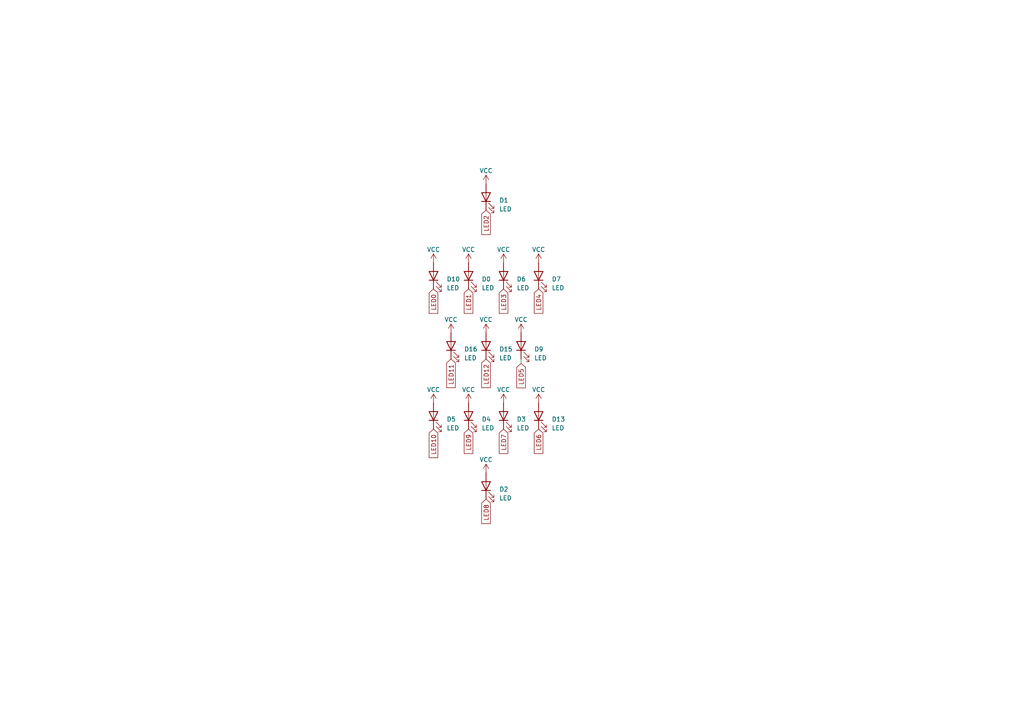
<source format=kicad_sch>
(kicad_sch (version 20230121) (generator eeschema)

  (uuid 5a0bb1fa-4991-4ed3-afd6-8f628368a67a)

  (paper "A4")

  (lib_symbols
    (symbol "Device:LED" (pin_numbers hide) (pin_names (offset 1.016) hide) (in_bom yes) (on_board yes)
      (property "Reference" "D" (at 0 2.54 0)
        (effects (font (size 1.27 1.27)))
      )
      (property "Value" "LED" (at 0 -2.54 0)
        (effects (font (size 1.27 1.27)))
      )
      (property "Footprint" "" (at 0 0 0)
        (effects (font (size 1.27 1.27)) hide)
      )
      (property "Datasheet" "~" (at 0 0 0)
        (effects (font (size 1.27 1.27)) hide)
      )
      (property "ki_keywords" "LED diode" (at 0 0 0)
        (effects (font (size 1.27 1.27)) hide)
      )
      (property "ki_description" "Light emitting diode" (at 0 0 0)
        (effects (font (size 1.27 1.27)) hide)
      )
      (property "ki_fp_filters" "LED* LED_SMD:* LED_THT:*" (at 0 0 0)
        (effects (font (size 1.27 1.27)) hide)
      )
      (symbol "LED_0_1"
        (polyline
          (pts
            (xy -1.27 -1.27)
            (xy -1.27 1.27)
          )
          (stroke (width 0.254) (type default))
          (fill (type none))
        )
        (polyline
          (pts
            (xy -1.27 0)
            (xy 1.27 0)
          )
          (stroke (width 0) (type default))
          (fill (type none))
        )
        (polyline
          (pts
            (xy 1.27 -1.27)
            (xy 1.27 1.27)
            (xy -1.27 0)
            (xy 1.27 -1.27)
          )
          (stroke (width 0.254) (type default))
          (fill (type none))
        )
        (polyline
          (pts
            (xy -3.048 -0.762)
            (xy -4.572 -2.286)
            (xy -3.81 -2.286)
            (xy -4.572 -2.286)
            (xy -4.572 -1.524)
          )
          (stroke (width 0) (type default))
          (fill (type none))
        )
        (polyline
          (pts
            (xy -1.778 -0.762)
            (xy -3.302 -2.286)
            (xy -2.54 -2.286)
            (xy -3.302 -2.286)
            (xy -3.302 -1.524)
          )
          (stroke (width 0) (type default))
          (fill (type none))
        )
      )
      (symbol "LED_1_1"
        (pin passive line (at -3.81 0 0) (length 2.54)
          (name "K" (effects (font (size 1.27 1.27))))
          (number "1" (effects (font (size 1.27 1.27))))
        )
        (pin passive line (at 3.81 0 180) (length 2.54)
          (name "A" (effects (font (size 1.27 1.27))))
          (number "2" (effects (font (size 1.27 1.27))))
        )
      )
    )
    (symbol "power:VCC" (power) (pin_names (offset 0)) (in_bom yes) (on_board yes)
      (property "Reference" "#PWR" (at 0 -3.81 0)
        (effects (font (size 1.27 1.27)) hide)
      )
      (property "Value" "VCC" (at 0 3.81 0)
        (effects (font (size 1.27 1.27)))
      )
      (property "Footprint" "" (at 0 0 0)
        (effects (font (size 1.27 1.27)) hide)
      )
      (property "Datasheet" "" (at 0 0 0)
        (effects (font (size 1.27 1.27)) hide)
      )
      (property "ki_keywords" "global power" (at 0 0 0)
        (effects (font (size 1.27 1.27)) hide)
      )
      (property "ki_description" "Power symbol creates a global label with name \"VCC\"" (at 0 0 0)
        (effects (font (size 1.27 1.27)) hide)
      )
      (symbol "VCC_0_1"
        (polyline
          (pts
            (xy -0.762 1.27)
            (xy 0 2.54)
          )
          (stroke (width 0) (type default))
          (fill (type none))
        )
        (polyline
          (pts
            (xy 0 0)
            (xy 0 2.54)
          )
          (stroke (width 0) (type default))
          (fill (type none))
        )
        (polyline
          (pts
            (xy 0 2.54)
            (xy 0.762 1.27)
          )
          (stroke (width 0) (type default))
          (fill (type none))
        )
      )
      (symbol "VCC_1_1"
        (pin power_in line (at 0 0 90) (length 0) hide
          (name "VCC" (effects (font (size 1.27 1.27))))
          (number "1" (effects (font (size 1.27 1.27))))
        )
      )
    )
  )


  (wire (pts (xy 151.13 104.14) (xy 151.13 105.41))
    (stroke (width 0) (type default))
    (uuid a109044a-3c71-403e-9689-bd42f244a2da)
  )

  (global_label "LED10" (shape input) (at 125.73 124.46 270) (fields_autoplaced)
    (effects (font (size 1.27 1.27)) (justify right))
    (uuid 064d2952-3aa5-4067-a092-fbe38c752631)
    (property "Intersheetrefs" "${INTERSHEET_REFS}" (at 125.73 132.5777 90)
      (effects (font (size 1.27 1.27)) (justify right) hide)
    )
  )
  (global_label "LED8" (shape input) (at 140.97 144.78 270) (fields_autoplaced)
    (effects (font (size 1.27 1.27)) (justify right))
    (uuid 1162b40e-8255-464d-a2f6-c56268303d18)
    (property "Intersheetrefs" "${INTERSHEET_REFS}" (at 140.97 151.6882 90)
      (effects (font (size 1.27 1.27)) (justify right) hide)
    )
  )
  (global_label "LED4" (shape input) (at 156.21 83.82 270) (fields_autoplaced)
    (effects (font (size 1.27 1.27)) (justify right))
    (uuid 35b0cb02-210b-4d57-9d2e-f72cb9ef68d2)
    (property "Intersheetrefs" "${INTERSHEET_REFS}" (at 156.21 90.7282 90)
      (effects (font (size 1.27 1.27)) (justify right) hide)
    )
  )
  (global_label "LED1" (shape input) (at 135.89 83.82 270) (fields_autoplaced)
    (effects (font (size 1.27 1.27)) (justify right))
    (uuid 5b4e2aaf-a3ca-4e8d-8c4d-68f5edf23076)
    (property "Intersheetrefs" "${INTERSHEET_REFS}" (at 135.89 90.7282 90)
      (effects (font (size 1.27 1.27)) (justify right) hide)
    )
  )
  (global_label "LED9" (shape input) (at 135.89 124.46 270) (fields_autoplaced)
    (effects (font (size 1.27 1.27)) (justify right))
    (uuid 7f767962-c85c-4228-8fc9-e8020041736f)
    (property "Intersheetrefs" "${INTERSHEET_REFS}" (at 135.89 131.3682 90)
      (effects (font (size 1.27 1.27)) (justify right) hide)
    )
  )
  (global_label "LED11" (shape input) (at 130.81 104.14 270) (fields_autoplaced)
    (effects (font (size 1.27 1.27)) (justify right))
    (uuid 844d06a7-3354-4abf-8506-e9dea0086a4d)
    (property "Intersheetrefs" "${INTERSHEET_REFS}" (at 130.81 112.2577 90)
      (effects (font (size 1.27 1.27)) (justify right) hide)
    )
  )
  (global_label "LED7" (shape input) (at 146.05 124.46 270) (fields_autoplaced)
    (effects (font (size 1.27 1.27)) (justify right))
    (uuid a01b4237-071b-44a6-9c8e-9f215291579d)
    (property "Intersheetrefs" "${INTERSHEET_REFS}" (at 146.05 131.3682 90)
      (effects (font (size 1.27 1.27)) (justify right) hide)
    )
  )
  (global_label "LED12" (shape input) (at 140.97 104.14 270) (fields_autoplaced)
    (effects (font (size 1.27 1.27)) (justify right))
    (uuid a2d365d4-cec4-456f-9542-e97ddc07a0f4)
    (property "Intersheetrefs" "${INTERSHEET_REFS}" (at 140.97 112.2577 90)
      (effects (font (size 1.27 1.27)) (justify right) hide)
    )
  )
  (global_label "LED0" (shape input) (at 125.73 83.82 270) (fields_autoplaced)
    (effects (font (size 1.27 1.27)) (justify right))
    (uuid c27aeb78-9dc8-4629-bf59-fbd613627d03)
    (property "Intersheetrefs" "${INTERSHEET_REFS}" (at 125.73 90.7282 90)
      (effects (font (size 1.27 1.27)) (justify right) hide)
    )
  )
  (global_label "LED6" (shape input) (at 156.21 124.46 270) (fields_autoplaced)
    (effects (font (size 1.27 1.27)) (justify right))
    (uuid c90b5221-0a13-4820-a0f1-231a0732ed6c)
    (property "Intersheetrefs" "${INTERSHEET_REFS}" (at 156.21 131.3682 90)
      (effects (font (size 1.27 1.27)) (justify right) hide)
    )
  )
  (global_label "LED3" (shape input) (at 146.05 83.82 270) (fields_autoplaced)
    (effects (font (size 1.27 1.27)) (justify right))
    (uuid cbc8ed99-6c7d-457a-9fe4-2afffb4a6844)
    (property "Intersheetrefs" "${INTERSHEET_REFS}" (at 146.05 90.7282 90)
      (effects (font (size 1.27 1.27)) (justify right) hide)
    )
  )
  (global_label "LED2" (shape input) (at 140.97 60.96 270) (fields_autoplaced)
    (effects (font (size 1.27 1.27)) (justify right))
    (uuid e691689f-d084-422f-bbf1-477305f526c4)
    (property "Intersheetrefs" "${INTERSHEET_REFS}" (at 140.97 67.8682 90)
      (effects (font (size 1.27 1.27)) (justify right) hide)
    )
  )
  (global_label "LED5" (shape input) (at 151.13 105.41 270) (fields_autoplaced)
    (effects (font (size 1.27 1.27)) (justify right))
    (uuid f4049486-9ac5-4096-a3a2-8e3100d58aca)
    (property "Intersheetrefs" "${INTERSHEET_REFS}" (at 151.13 112.3182 90)
      (effects (font (size 1.27 1.27)) (justify right) hide)
    )
  )

  (symbol (lib_id "Device:LED") (at 140.97 100.33 90) (unit 1)
    (in_bom yes) (on_board yes) (dnp no) (fields_autoplaced)
    (uuid 121221e3-2e8e-4aff-b664-a0591d99059d)
    (property "Reference" "D15" (at 144.78 101.2825 90)
      (effects (font (size 1.27 1.27)) (justify right))
    )
    (property "Value" "LED" (at 144.78 103.8225 90)
      (effects (font (size 1.27 1.27)) (justify right))
    )
    (property "Footprint" "d-lev:LED_1206_3216Metric_ReverseMount_Hole1.8x2.4mm" (at 140.97 100.33 0)
      (effects (font (size 1.27 1.27)) hide)
    )
    (property "Datasheet" "~" (at 140.97 100.33 0)
      (effects (font (size 1.27 1.27)) hide)
    )
    (pin "1" (uuid f2b60db1-07c2-4f6e-a21d-80afd5a8f5e9))
    (pin "2" (uuid 9cf68645-d91b-4c11-8b82-610662fbd977))
    (instances
      (project "d-lev-tuner"
        (path "/d0a63483-9262-4daa-933b-19ce0ffbb204"
          (reference "D15") (unit 1)
        )
        (path "/d0a63483-9262-4daa-933b-19ce0ffbb204/1928c8f4-6cf4-4737-93cd-521227fbe60f"
          (reference "D12") (unit 1)
        )
      )
    )
  )

  (symbol (lib_id "Device:LED") (at 135.89 120.65 90) (unit 1)
    (in_bom yes) (on_board yes) (dnp no) (fields_autoplaced)
    (uuid 256d15c8-2313-491a-a331-b194f2011797)
    (property "Reference" "D4" (at 139.7 121.6025 90)
      (effects (font (size 1.27 1.27)) (justify right))
    )
    (property "Value" "LED" (at 139.7 124.1425 90)
      (effects (font (size 1.27 1.27)) (justify right))
    )
    (property "Footprint" "d-lev:LED_1206_3216Metric_ReverseMount_Hole1.8x2.4mm" (at 135.89 120.65 0)
      (effects (font (size 1.27 1.27)) hide)
    )
    (property "Datasheet" "~" (at 135.89 120.65 0)
      (effects (font (size 1.27 1.27)) hide)
    )
    (pin "1" (uuid e734d807-38ba-4ce8-9c0b-fcedef202d01))
    (pin "2" (uuid 7eb2adb4-3502-478b-904d-91f28b9b53db))
    (instances
      (project "d-lev-tuner"
        (path "/d0a63483-9262-4daa-933b-19ce0ffbb204"
          (reference "D4") (unit 1)
        )
        (path "/d0a63483-9262-4daa-933b-19ce0ffbb204/1928c8f4-6cf4-4737-93cd-521227fbe60f"
          (reference "D9") (unit 1)
        )
      )
    )
  )

  (symbol (lib_id "Device:LED") (at 140.97 140.97 90) (unit 1)
    (in_bom yes) (on_board yes) (dnp no) (fields_autoplaced)
    (uuid 300d3334-d9d4-40c8-aa6b-261a4f1486cb)
    (property "Reference" "D2" (at 144.78 141.9225 90)
      (effects (font (size 1.27 1.27)) (justify right))
    )
    (property "Value" "LED" (at 144.78 144.4625 90)
      (effects (font (size 1.27 1.27)) (justify right))
    )
    (property "Footprint" "d-lev:LED_1206_3216Metric_ReverseMount_Hole1.8x2.4mm" (at 140.97 140.97 0)
      (effects (font (size 1.27 1.27)) hide)
    )
    (property "Datasheet" "~" (at 140.97 140.97 0)
      (effects (font (size 1.27 1.27)) hide)
    )
    (pin "1" (uuid 0f80c95a-30b8-4685-aaf2-8c32a6670637))
    (pin "2" (uuid a0c315c0-6a65-4020-96c7-8a1e84bc322f))
    (instances
      (project "d-lev-tuner"
        (path "/d0a63483-9262-4daa-933b-19ce0ffbb204"
          (reference "D2") (unit 1)
        )
        (path "/d0a63483-9262-4daa-933b-19ce0ffbb204/1928c8f4-6cf4-4737-93cd-521227fbe60f"
          (reference "D8") (unit 1)
        )
      )
    )
  )

  (symbol (lib_id "power:VCC") (at 151.13 96.52 0) (unit 1)
    (in_bom yes) (on_board yes) (dnp no) (fields_autoplaced)
    (uuid 3350a402-db3a-424b-b459-27cb29840c5b)
    (property "Reference" "#PWR030" (at 151.13 100.33 0)
      (effects (font (size 1.27 1.27)) hide)
    )
    (property "Value" "VCC" (at 151.13 92.71 0)
      (effects (font (size 1.27 1.27)))
    )
    (property "Footprint" "" (at 151.13 96.52 0)
      (effects (font (size 1.27 1.27)) hide)
    )
    (property "Datasheet" "" (at 151.13 96.52 0)
      (effects (font (size 1.27 1.27)) hide)
    )
    (pin "1" (uuid f4486887-7010-40a4-b1ae-b2f31d4adb49))
    (instances
      (project "d-lev-tuner"
        (path "/d0a63483-9262-4daa-933b-19ce0ffbb204/1928c8f4-6cf4-4737-93cd-521227fbe60f"
          (reference "#PWR030") (unit 1)
        )
      )
    )
  )

  (symbol (lib_id "power:VCC") (at 140.97 96.52 0) (unit 1)
    (in_bom yes) (on_board yes) (dnp no) (fields_autoplaced)
    (uuid 38b21fc4-0f43-4b10-a25a-c5f3520e73b2)
    (property "Reference" "#PWR018" (at 140.97 100.33 0)
      (effects (font (size 1.27 1.27)) hide)
    )
    (property "Value" "VCC" (at 140.97 92.71 0)
      (effects (font (size 1.27 1.27)))
    )
    (property "Footprint" "" (at 140.97 96.52 0)
      (effects (font (size 1.27 1.27)) hide)
    )
    (property "Datasheet" "" (at 140.97 96.52 0)
      (effects (font (size 1.27 1.27)) hide)
    )
    (pin "1" (uuid 40d18b52-0463-43e5-8ce6-60e4b14cd37b))
    (instances
      (project "d-lev-tuner"
        (path "/d0a63483-9262-4daa-933b-19ce0ffbb204/1928c8f4-6cf4-4737-93cd-521227fbe60f"
          (reference "#PWR018") (unit 1)
        )
      )
    )
  )

  (symbol (lib_id "Device:LED") (at 140.97 57.15 90) (unit 1)
    (in_bom yes) (on_board yes) (dnp no) (fields_autoplaced)
    (uuid 457f0100-4454-4d01-b748-59d709cbdd56)
    (property "Reference" "D1" (at 144.78 58.1025 90)
      (effects (font (size 1.27 1.27)) (justify right))
    )
    (property "Value" "LED" (at 144.78 60.6425 90)
      (effects (font (size 1.27 1.27)) (justify right))
    )
    (property "Footprint" "d-lev:LED_1206_3216Metric_ReverseMount_Hole1.8x2.4mm" (at 140.97 57.15 0)
      (effects (font (size 1.27 1.27)) hide)
    )
    (property "Datasheet" "~" (at 140.97 57.15 0)
      (effects (font (size 1.27 1.27)) hide)
    )
    (pin "1" (uuid 86c22480-8349-4f72-b9f0-9674df665db3))
    (pin "2" (uuid b225bdcb-a4b8-4c9d-a91c-49ece7754491))
    (instances
      (project "d-lev-tuner"
        (path "/d0a63483-9262-4daa-933b-19ce0ffbb204"
          (reference "D1") (unit 1)
        )
        (path "/d0a63483-9262-4daa-933b-19ce0ffbb204/1928c8f4-6cf4-4737-93cd-521227fbe60f"
          (reference "D2") (unit 1)
        )
      )
    )
  )

  (symbol (lib_id "Device:LED") (at 156.21 120.65 90) (unit 1)
    (in_bom yes) (on_board yes) (dnp no) (fields_autoplaced)
    (uuid 4760e5db-2a29-4627-bd08-75f19837b6b6)
    (property "Reference" "D13" (at 160.02 121.6025 90)
      (effects (font (size 1.27 1.27)) (justify right))
    )
    (property "Value" "LED" (at 160.02 124.1425 90)
      (effects (font (size 1.27 1.27)) (justify right))
    )
    (property "Footprint" "d-lev:LED_1206_3216Metric_ReverseMount_Hole1.8x2.4mm" (at 156.21 120.65 0)
      (effects (font (size 1.27 1.27)) hide)
    )
    (property "Datasheet" "~" (at 156.21 120.65 0)
      (effects (font (size 1.27 1.27)) hide)
    )
    (pin "1" (uuid 78cd67c9-e977-45d3-b3af-ad335a12fa4c))
    (pin "2" (uuid eea6e045-3d7c-414a-a511-c891dc07c652))
    (instances
      (project "d-lev-tuner"
        (path "/d0a63483-9262-4daa-933b-19ce0ffbb204"
          (reference "D13") (unit 1)
        )
        (path "/d0a63483-9262-4daa-933b-19ce0ffbb204/1928c8f4-6cf4-4737-93cd-521227fbe60f"
          (reference "D6") (unit 1)
        )
      )
    )
  )

  (symbol (lib_id "power:VCC") (at 140.97 53.34 0) (unit 1)
    (in_bom yes) (on_board yes) (dnp no) (fields_autoplaced)
    (uuid 57b27198-7f09-4fd9-807a-4bd43f382877)
    (property "Reference" "#PWR017" (at 140.97 57.15 0)
      (effects (font (size 1.27 1.27)) hide)
    )
    (property "Value" "VCC" (at 140.97 49.53 0)
      (effects (font (size 1.27 1.27)))
    )
    (property "Footprint" "" (at 140.97 53.34 0)
      (effects (font (size 1.27 1.27)) hide)
    )
    (property "Datasheet" "" (at 140.97 53.34 0)
      (effects (font (size 1.27 1.27)) hide)
    )
    (pin "1" (uuid 76561cea-ed10-4e49-8632-3e084934dae6))
    (instances
      (project "d-lev-tuner"
        (path "/d0a63483-9262-4daa-933b-19ce0ffbb204/1928c8f4-6cf4-4737-93cd-521227fbe60f"
          (reference "#PWR017") (unit 1)
        )
      )
    )
  )

  (symbol (lib_id "Device:LED") (at 156.21 80.01 90) (unit 1)
    (in_bom yes) (on_board yes) (dnp no) (fields_autoplaced)
    (uuid 58a9b97e-572b-44a2-9089-8d75134db262)
    (property "Reference" "D7" (at 160.02 80.9625 90)
      (effects (font (size 1.27 1.27)) (justify right))
    )
    (property "Value" "LED" (at 160.02 83.5025 90)
      (effects (font (size 1.27 1.27)) (justify right))
    )
    (property "Footprint" "d-lev:LED_1206_3216Metric_ReverseMount_Hole1.8x2.4mm" (at 156.21 80.01 0)
      (effects (font (size 1.27 1.27)) hide)
    )
    (property "Datasheet" "~" (at 156.21 80.01 0)
      (effects (font (size 1.27 1.27)) hide)
    )
    (pin "1" (uuid e4d3485d-53c5-49c5-8148-ef5e9e9da6a1))
    (pin "2" (uuid 5f62b230-96f4-46b3-8453-602a17dd1d7a))
    (instances
      (project "d-lev-tuner"
        (path "/d0a63483-9262-4daa-933b-19ce0ffbb204"
          (reference "D7") (unit 1)
        )
        (path "/d0a63483-9262-4daa-933b-19ce0ffbb204/1928c8f4-6cf4-4737-93cd-521227fbe60f"
          (reference "D4") (unit 1)
        )
      )
    )
  )

  (symbol (lib_id "power:VCC") (at 125.73 76.2 0) (unit 1)
    (in_bom yes) (on_board yes) (dnp no) (fields_autoplaced)
    (uuid 62b3b885-6ab3-4da3-92a1-c52aa754afed)
    (property "Reference" "#PWR02" (at 125.73 80.01 0)
      (effects (font (size 1.27 1.27)) hide)
    )
    (property "Value" "VCC" (at 125.73 72.39 0)
      (effects (font (size 1.27 1.27)))
    )
    (property "Footprint" "" (at 125.73 76.2 0)
      (effects (font (size 1.27 1.27)) hide)
    )
    (property "Datasheet" "" (at 125.73 76.2 0)
      (effects (font (size 1.27 1.27)) hide)
    )
    (pin "1" (uuid e307f9eb-92e2-4478-9566-ef2fd752e49c))
    (instances
      (project "d-lev-tuner"
        (path "/d0a63483-9262-4daa-933b-19ce0ffbb204/1928c8f4-6cf4-4737-93cd-521227fbe60f"
          (reference "#PWR02") (unit 1)
        )
      )
    )
  )

  (symbol (lib_id "Device:LED") (at 146.05 120.65 90) (unit 1)
    (in_bom yes) (on_board yes) (dnp no) (fields_autoplaced)
    (uuid 67a4592c-0814-4813-84a2-e685883906b5)
    (property "Reference" "D3" (at 149.86 121.6025 90)
      (effects (font (size 1.27 1.27)) (justify right))
    )
    (property "Value" "LED" (at 149.86 124.1425 90)
      (effects (font (size 1.27 1.27)) (justify right))
    )
    (property "Footprint" "d-lev:LED_1206_3216Metric_ReverseMount_Hole1.8x2.4mm" (at 146.05 120.65 0)
      (effects (font (size 1.27 1.27)) hide)
    )
    (property "Datasheet" "~" (at 146.05 120.65 0)
      (effects (font (size 1.27 1.27)) hide)
    )
    (pin "1" (uuid ba59bb24-2287-421f-9fab-d01430e6a74f))
    (pin "2" (uuid 733f5f37-5464-4648-9772-649dc01d42a0))
    (instances
      (project "d-lev-tuner"
        (path "/d0a63483-9262-4daa-933b-19ce0ffbb204"
          (reference "D3") (unit 1)
        )
        (path "/d0a63483-9262-4daa-933b-19ce0ffbb204/1928c8f4-6cf4-4737-93cd-521227fbe60f"
          (reference "D7") (unit 1)
        )
      )
    )
  )

  (symbol (lib_id "Device:LED") (at 125.73 120.65 90) (unit 1)
    (in_bom yes) (on_board yes) (dnp no) (fields_autoplaced)
    (uuid 67cd1341-2262-43a9-bb68-c487e5fc4c7e)
    (property "Reference" "D5" (at 129.54 121.6025 90)
      (effects (font (size 1.27 1.27)) (justify right))
    )
    (property "Value" "LED" (at 129.54 124.1425 90)
      (effects (font (size 1.27 1.27)) (justify right))
    )
    (property "Footprint" "d-lev:LED_1206_3216Metric_ReverseMount_Hole1.8x2.4mm" (at 125.73 120.65 0)
      (effects (font (size 1.27 1.27)) hide)
    )
    (property "Datasheet" "~" (at 125.73 120.65 0)
      (effects (font (size 1.27 1.27)) hide)
    )
    (pin "1" (uuid ebcaba2b-2ca8-4f5d-a40b-7a8a4009c1e0))
    (pin "2" (uuid 7f992a88-ecee-4247-b37f-f88f3e847e5a))
    (instances
      (project "d-lev-tuner"
        (path "/d0a63483-9262-4daa-933b-19ce0ffbb204"
          (reference "D5") (unit 1)
        )
        (path "/d0a63483-9262-4daa-933b-19ce0ffbb204/1928c8f4-6cf4-4737-93cd-521227fbe60f"
          (reference "D10") (unit 1)
        )
      )
    )
  )

  (symbol (lib_id "Device:LED") (at 135.89 80.01 90) (unit 1)
    (in_bom yes) (on_board yes) (dnp no) (fields_autoplaced)
    (uuid 73c36fbc-e2d4-4729-8b82-d387ee4d4e1f)
    (property "Reference" "D0" (at 139.7 80.9625 90)
      (effects (font (size 1.27 1.27)) (justify right))
    )
    (property "Value" "LED" (at 139.7 83.5025 90)
      (effects (font (size 1.27 1.27)) (justify right))
    )
    (property "Footprint" "d-lev:LED_1206_3216Metric_ReverseMount_Hole1.8x2.4mm" (at 135.89 80.01 0)
      (effects (font (size 1.27 1.27)) hide)
    )
    (property "Datasheet" "~" (at 135.89 80.01 0)
      (effects (font (size 1.27 1.27)) hide)
    )
    (pin "1" (uuid ab1a2576-3282-47f1-960e-ffdc4b4fa20a))
    (pin "2" (uuid 04ec3334-c4d5-4bea-bc69-bbe1a205a847))
    (instances
      (project "d-lev-tuner"
        (path "/d0a63483-9262-4daa-933b-19ce0ffbb204"
          (reference "D0") (unit 1)
        )
        (path "/d0a63483-9262-4daa-933b-19ce0ffbb204/1928c8f4-6cf4-4737-93cd-521227fbe60f"
          (reference "D1") (unit 1)
        )
      )
    )
  )

  (symbol (lib_id "power:VCC") (at 125.73 116.84 0) (unit 1)
    (in_bom yes) (on_board yes) (dnp no) (fields_autoplaced)
    (uuid 7ca60bbe-eb93-401c-b969-10bf1bcc5a42)
    (property "Reference" "#PWR08" (at 125.73 120.65 0)
      (effects (font (size 1.27 1.27)) hide)
    )
    (property "Value" "VCC" (at 125.73 113.03 0)
      (effects (font (size 1.27 1.27)))
    )
    (property "Footprint" "" (at 125.73 116.84 0)
      (effects (font (size 1.27 1.27)) hide)
    )
    (property "Datasheet" "" (at 125.73 116.84 0)
      (effects (font (size 1.27 1.27)) hide)
    )
    (pin "1" (uuid 93d28ac1-767c-47c1-9637-1ba5a047edf2))
    (instances
      (project "d-lev-tuner"
        (path "/d0a63483-9262-4daa-933b-19ce0ffbb204/1928c8f4-6cf4-4737-93cd-521227fbe60f"
          (reference "#PWR08") (unit 1)
        )
      )
    )
  )

  (symbol (lib_id "Device:LED") (at 151.13 100.33 90) (unit 1)
    (in_bom yes) (on_board yes) (dnp no) (fields_autoplaced)
    (uuid 805aa109-33ce-4c91-84ea-46e849870fc6)
    (property "Reference" "D9" (at 154.94 101.2825 90)
      (effects (font (size 1.27 1.27)) (justify right))
    )
    (property "Value" "LED" (at 154.94 103.8225 90)
      (effects (font (size 1.27 1.27)) (justify right))
    )
    (property "Footprint" "d-lev:LED_1206_3216Metric_ReverseMount_Hole1.8x2.4mm" (at 151.13 100.33 0)
      (effects (font (size 1.27 1.27)) hide)
    )
    (property "Datasheet" "~" (at 151.13 100.33 0)
      (effects (font (size 1.27 1.27)) hide)
    )
    (pin "1" (uuid 22ea0f7d-7037-4927-a3f3-d78d8bd70454))
    (pin "2" (uuid 2712f72b-8eed-487a-bf10-00450606039d))
    (instances
      (project "d-lev-tuner"
        (path "/d0a63483-9262-4daa-933b-19ce0ffbb204"
          (reference "D9") (unit 1)
        )
        (path "/d0a63483-9262-4daa-933b-19ce0ffbb204/1928c8f4-6cf4-4737-93cd-521227fbe60f"
          (reference "D5") (unit 1)
        )
      )
    )
  )

  (symbol (lib_id "Device:LED") (at 125.73 80.01 90) (unit 1)
    (in_bom yes) (on_board yes) (dnp no) (fields_autoplaced)
    (uuid 92839dc5-aad7-41d4-93e9-2e435b530359)
    (property "Reference" "D10" (at 129.54 80.9625 90)
      (effects (font (size 1.27 1.27)) (justify right))
    )
    (property "Value" "LED" (at 129.54 83.5025 90)
      (effects (font (size 1.27 1.27)) (justify right))
    )
    (property "Footprint" "d-lev:LED_1206_3216Metric_ReverseMount_Hole1.8x2.4mm" (at 125.73 80.01 0)
      (effects (font (size 1.27 1.27)) hide)
    )
    (property "Datasheet" "~" (at 125.73 80.01 0)
      (effects (font (size 1.27 1.27)) hide)
    )
    (pin "1" (uuid 30a771eb-4dfc-41b1-b444-f8b7ac6f1dc3))
    (pin "2" (uuid bc50fb7b-0ae9-4a1c-9386-54703d7f7cb7))
    (instances
      (project "d-lev-tuner"
        (path "/d0a63483-9262-4daa-933b-19ce0ffbb204"
          (reference "D10") (unit 1)
        )
        (path "/d0a63483-9262-4daa-933b-19ce0ffbb204/1928c8f4-6cf4-4737-93cd-521227fbe60f"
          (reference "D0") (unit 1)
        )
      )
    )
  )

  (symbol (lib_id "power:VCC") (at 146.05 116.84 0) (unit 1)
    (in_bom yes) (on_board yes) (dnp no) (fields_autoplaced)
    (uuid 97ebefe6-0257-4cf9-b45a-3bdd057fa8c7)
    (property "Reference" "#PWR029" (at 146.05 120.65 0)
      (effects (font (size 1.27 1.27)) hide)
    )
    (property "Value" "VCC" (at 146.05 113.03 0)
      (effects (font (size 1.27 1.27)))
    )
    (property "Footprint" "" (at 146.05 116.84 0)
      (effects (font (size 1.27 1.27)) hide)
    )
    (property "Datasheet" "" (at 146.05 116.84 0)
      (effects (font (size 1.27 1.27)) hide)
    )
    (pin "1" (uuid 6589b53d-eb41-40d4-a21c-37401f885cf1))
    (instances
      (project "d-lev-tuner"
        (path "/d0a63483-9262-4daa-933b-19ce0ffbb204/1928c8f4-6cf4-4737-93cd-521227fbe60f"
          (reference "#PWR029") (unit 1)
        )
      )
    )
  )

  (symbol (lib_id "power:VCC") (at 130.81 96.52 0) (unit 1)
    (in_bom yes) (on_board yes) (dnp no) (fields_autoplaced)
    (uuid 9e975192-ded8-45ad-810b-99ab1a65cfa4)
    (property "Reference" "#PWR010" (at 130.81 100.33 0)
      (effects (font (size 1.27 1.27)) hide)
    )
    (property "Value" "VCC" (at 130.81 92.71 0)
      (effects (font (size 1.27 1.27)))
    )
    (property "Footprint" "" (at 130.81 96.52 0)
      (effects (font (size 1.27 1.27)) hide)
    )
    (property "Datasheet" "" (at 130.81 96.52 0)
      (effects (font (size 1.27 1.27)) hide)
    )
    (pin "1" (uuid 4eebbdb5-5531-4481-bf50-2a79f5f2fc51))
    (instances
      (project "d-lev-tuner"
        (path "/d0a63483-9262-4daa-933b-19ce0ffbb204/1928c8f4-6cf4-4737-93cd-521227fbe60f"
          (reference "#PWR010") (unit 1)
        )
      )
    )
  )

  (symbol (lib_id "power:VCC") (at 140.97 137.16 0) (unit 1)
    (in_bom yes) (on_board yes) (dnp no) (fields_autoplaced)
    (uuid a8051900-6ffc-4dac-80bd-52c50f268fd4)
    (property "Reference" "#PWR019" (at 140.97 140.97 0)
      (effects (font (size 1.27 1.27)) hide)
    )
    (property "Value" "VCC" (at 140.97 133.35 0)
      (effects (font (size 1.27 1.27)))
    )
    (property "Footprint" "" (at 140.97 137.16 0)
      (effects (font (size 1.27 1.27)) hide)
    )
    (property "Datasheet" "" (at 140.97 137.16 0)
      (effects (font (size 1.27 1.27)) hide)
    )
    (pin "1" (uuid b8cc1849-80a2-4ae2-8e86-cc62b2b81610))
    (instances
      (project "d-lev-tuner"
        (path "/d0a63483-9262-4daa-933b-19ce0ffbb204/1928c8f4-6cf4-4737-93cd-521227fbe60f"
          (reference "#PWR019") (unit 1)
        )
      )
    )
  )

  (symbol (lib_id "power:VCC") (at 156.21 76.2 0) (unit 1)
    (in_bom yes) (on_board yes) (dnp no) (fields_autoplaced)
    (uuid b93b7d05-cf8a-4b3f-ac2b-138f2f1075b7)
    (property "Reference" "#PWR031" (at 156.21 80.01 0)
      (effects (font (size 1.27 1.27)) hide)
    )
    (property "Value" "VCC" (at 156.21 72.39 0)
      (effects (font (size 1.27 1.27)))
    )
    (property "Footprint" "" (at 156.21 76.2 0)
      (effects (font (size 1.27 1.27)) hide)
    )
    (property "Datasheet" "" (at 156.21 76.2 0)
      (effects (font (size 1.27 1.27)) hide)
    )
    (pin "1" (uuid 214abc49-a69d-4aea-aa88-640b69779cc5))
    (instances
      (project "d-lev-tuner"
        (path "/d0a63483-9262-4daa-933b-19ce0ffbb204/1928c8f4-6cf4-4737-93cd-521227fbe60f"
          (reference "#PWR031") (unit 1)
        )
      )
    )
  )

  (symbol (lib_id "power:VCC") (at 156.21 116.84 0) (unit 1)
    (in_bom yes) (on_board yes) (dnp no) (fields_autoplaced)
    (uuid cc4e6706-4821-4116-97b3-a6bab56a70f7)
    (property "Reference" "#PWR033" (at 156.21 120.65 0)
      (effects (font (size 1.27 1.27)) hide)
    )
    (property "Value" "VCC" (at 156.21 113.03 0)
      (effects (font (size 1.27 1.27)))
    )
    (property "Footprint" "" (at 156.21 116.84 0)
      (effects (font (size 1.27 1.27)) hide)
    )
    (property "Datasheet" "" (at 156.21 116.84 0)
      (effects (font (size 1.27 1.27)) hide)
    )
    (pin "1" (uuid 39423a0c-1635-4300-9fb0-7e00d2abd922))
    (instances
      (project "d-lev-tuner"
        (path "/d0a63483-9262-4daa-933b-19ce0ffbb204/1928c8f4-6cf4-4737-93cd-521227fbe60f"
          (reference "#PWR033") (unit 1)
        )
      )
    )
  )

  (symbol (lib_id "Device:LED") (at 130.81 100.33 90) (unit 1)
    (in_bom yes) (on_board yes) (dnp no) (fields_autoplaced)
    (uuid cdb5b562-51e5-45db-bfd0-c3b9914da833)
    (property "Reference" "D16" (at 134.62 101.2825 90)
      (effects (font (size 1.27 1.27)) (justify right))
    )
    (property "Value" "LED" (at 134.62 103.8225 90)
      (effects (font (size 1.27 1.27)) (justify right))
    )
    (property "Footprint" "d-lev:LED_1206_3216Metric_ReverseMount_Hole1.8x2.4mm" (at 130.81 100.33 0)
      (effects (font (size 1.27 1.27)) hide)
    )
    (property "Datasheet" "~" (at 130.81 100.33 0)
      (effects (font (size 1.27 1.27)) hide)
    )
    (pin "1" (uuid cd564170-4d66-4045-82bd-6d0c39319761))
    (pin "2" (uuid 3bc49bd1-aa41-4db6-b81c-7694154654d9))
    (instances
      (project "d-lev-tuner"
        (path "/d0a63483-9262-4daa-933b-19ce0ffbb204"
          (reference "D16") (unit 1)
        )
        (path "/d0a63483-9262-4daa-933b-19ce0ffbb204/1928c8f4-6cf4-4737-93cd-521227fbe60f"
          (reference "D11") (unit 1)
        )
      )
    )
  )

  (symbol (lib_id "power:VCC") (at 135.89 116.84 0) (unit 1)
    (in_bom yes) (on_board yes) (dnp no) (fields_autoplaced)
    (uuid d2014b20-87e2-468e-b54c-52adf8463524)
    (property "Reference" "#PWR016" (at 135.89 120.65 0)
      (effects (font (size 1.27 1.27)) hide)
    )
    (property "Value" "VCC" (at 135.89 113.03 0)
      (effects (font (size 1.27 1.27)))
    )
    (property "Footprint" "" (at 135.89 116.84 0)
      (effects (font (size 1.27 1.27)) hide)
    )
    (property "Datasheet" "" (at 135.89 116.84 0)
      (effects (font (size 1.27 1.27)) hide)
    )
    (pin "1" (uuid 96b58103-9e85-457d-a268-853b5e8cbd86))
    (instances
      (project "d-lev-tuner"
        (path "/d0a63483-9262-4daa-933b-19ce0ffbb204/1928c8f4-6cf4-4737-93cd-521227fbe60f"
          (reference "#PWR016") (unit 1)
        )
      )
    )
  )

  (symbol (lib_id "power:VCC") (at 135.89 76.2 0) (unit 1)
    (in_bom yes) (on_board yes) (dnp no) (fields_autoplaced)
    (uuid d355b79e-5e86-4412-90eb-994af132b426)
    (property "Reference" "#PWR015" (at 135.89 80.01 0)
      (effects (font (size 1.27 1.27)) hide)
    )
    (property "Value" "VCC" (at 135.89 72.39 0)
      (effects (font (size 1.27 1.27)))
    )
    (property "Footprint" "" (at 135.89 76.2 0)
      (effects (font (size 1.27 1.27)) hide)
    )
    (property "Datasheet" "" (at 135.89 76.2 0)
      (effects (font (size 1.27 1.27)) hide)
    )
    (pin "1" (uuid 5d5b278b-e1a3-429a-96c9-8c92f37ca8ab))
    (instances
      (project "d-lev-tuner"
        (path "/d0a63483-9262-4daa-933b-19ce0ffbb204/1928c8f4-6cf4-4737-93cd-521227fbe60f"
          (reference "#PWR015") (unit 1)
        )
      )
    )
  )

  (symbol (lib_id "Device:LED") (at 146.05 80.01 90) (unit 1)
    (in_bom yes) (on_board yes) (dnp no) (fields_autoplaced)
    (uuid deb6ffe4-2dd4-4157-823a-6fe877344de9)
    (property "Reference" "D6" (at 149.86 80.9625 90)
      (effects (font (size 1.27 1.27)) (justify right))
    )
    (property "Value" "LED" (at 149.86 83.5025 90)
      (effects (font (size 1.27 1.27)) (justify right))
    )
    (property "Footprint" "d-lev:LED_1206_3216Metric_ReverseMount_Hole1.8x2.4mm" (at 146.05 80.01 0)
      (effects (font (size 1.27 1.27)) hide)
    )
    (property "Datasheet" "~" (at 146.05 80.01 0)
      (effects (font (size 1.27 1.27)) hide)
    )
    (pin "1" (uuid 416a6331-1085-4837-ae49-d470f212fa79))
    (pin "2" (uuid a0e23dad-2aa3-485b-8a17-296c9e42ad9e))
    (instances
      (project "d-lev-tuner"
        (path "/d0a63483-9262-4daa-933b-19ce0ffbb204"
          (reference "D6") (unit 1)
        )
        (path "/d0a63483-9262-4daa-933b-19ce0ffbb204/1928c8f4-6cf4-4737-93cd-521227fbe60f"
          (reference "D3") (unit 1)
        )
      )
    )
  )

  (symbol (lib_id "power:VCC") (at 146.05 76.2 0) (unit 1)
    (in_bom yes) (on_board yes) (dnp no) (fields_autoplaced)
    (uuid ebc34a8d-5a69-4874-a543-30fbd5eea8f1)
    (property "Reference" "#PWR027" (at 146.05 80.01 0)
      (effects (font (size 1.27 1.27)) hide)
    )
    (property "Value" "VCC" (at 146.05 72.39 0)
      (effects (font (size 1.27 1.27)))
    )
    (property "Footprint" "" (at 146.05 76.2 0)
      (effects (font (size 1.27 1.27)) hide)
    )
    (property "Datasheet" "" (at 146.05 76.2 0)
      (effects (font (size 1.27 1.27)) hide)
    )
    (pin "1" (uuid 487e5641-f19f-47f5-9adf-476256556cf9))
    (instances
      (project "d-lev-tuner"
        (path "/d0a63483-9262-4daa-933b-19ce0ffbb204/1928c8f4-6cf4-4737-93cd-521227fbe60f"
          (reference "#PWR027") (unit 1)
        )
      )
    )
  )
)

</source>
